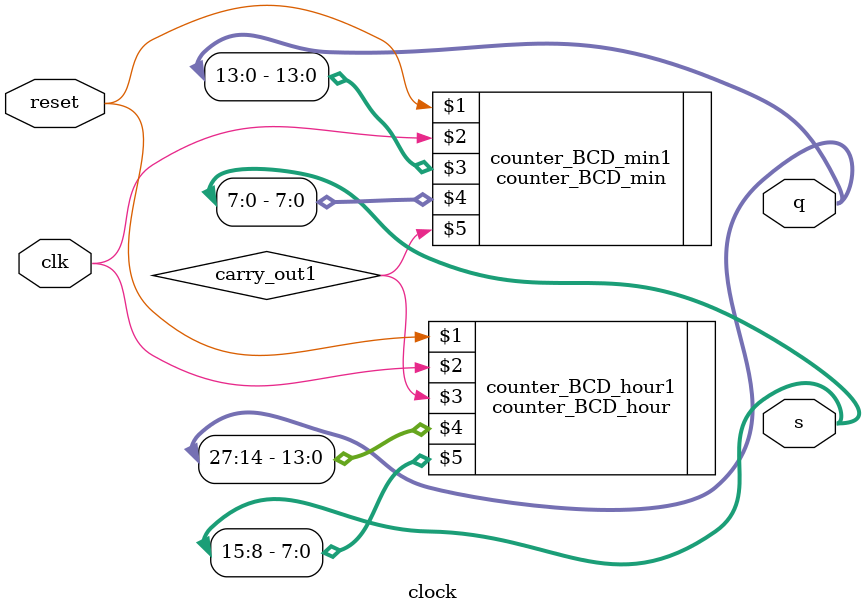
<source format=sv>
`timescale 1ns/10ps
module clock(
	input reset,					//重置
	input clk,						//時脈
	output logic [27:0] q,	   //輸出
	output logic [15:0] s      //輸出16進位，方便debug
);

logic carry_out1,carry_out2;

//計數器，負責分鐘
counter_BCD_min counter_BCD_min1(reset, clk, q[13:0], s[7:0], carry_out1);

//計數器，負責小時
counter_BCD_hour counter_BCD_hour1(reset, clk, carry_out1, q[27:14], s[15:8]);
	
endmodule

</source>
